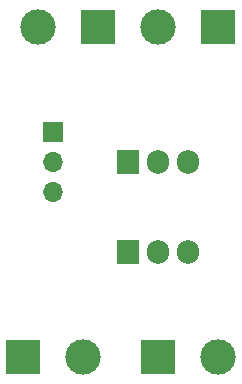
<source format=gbr>
%TF.GenerationSoftware,KiCad,Pcbnew,(5.1.10)-1*%
%TF.CreationDate,2022-01-11T17:46:35-08:00*%
%TF.ProjectId,lowering platform,6c6f7765-7269-46e6-9720-706c6174666f,rev?*%
%TF.SameCoordinates,Original*%
%TF.FileFunction,Soldermask,Bot*%
%TF.FilePolarity,Negative*%
%FSLAX46Y46*%
G04 Gerber Fmt 4.6, Leading zero omitted, Abs format (unit mm)*
G04 Created by KiCad (PCBNEW (5.1.10)-1) date 2022-01-11 17:46:35*
%MOMM*%
%LPD*%
G01*
G04 APERTURE LIST*
%ADD10R,1.700000X1.700000*%
%ADD11O,1.700000X1.700000*%
%ADD12R,3.000000X3.000000*%
%ADD13C,3.000000*%
%ADD14R,1.905000X2.000000*%
%ADD15O,1.905000X2.000000*%
G04 APERTURE END LIST*
D10*
%TO.C,J2*%
X146050000Y-90170000D03*
D11*
X146050000Y-92710000D03*
X146050000Y-95250000D03*
%TD*%
D12*
%TO.C,J1*%
X143510000Y-109220000D03*
D13*
X148590000Y-109220000D03*
%TD*%
D12*
%TO.C,J3*%
X149860000Y-81280000D03*
D13*
X154940000Y-81280000D03*
X144780000Y-81280000D03*
D12*
X160020000Y-81280000D03*
%TD*%
D13*
%TO.C,J4*%
X160020000Y-109220000D03*
D12*
X154940000Y-109220000D03*
%TD*%
D14*
%TO.C,Q1*%
X152400000Y-92710000D03*
D15*
X154940000Y-92710000D03*
X157480000Y-92710000D03*
%TD*%
%TO.C,Q2*%
X157480000Y-100330000D03*
X154940000Y-100330000D03*
D14*
X152400000Y-100330000D03*
%TD*%
M02*

</source>
